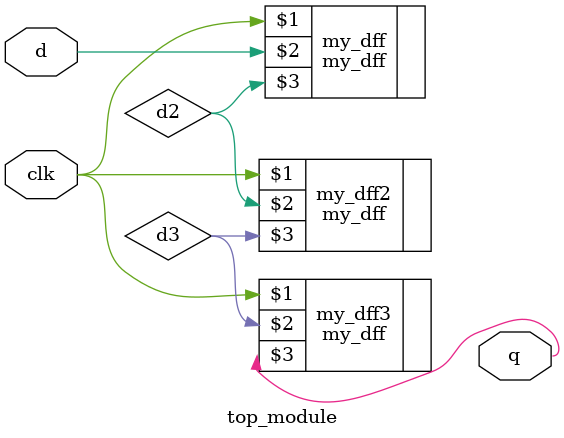
<source format=v>
module top_module ( input clk, input d, output q );
    
    wire d2,d3;
    
    my_dff my_dff ( clk,d,d2 );
    my_dff my_dff2 ( clk,d2,d3 );
    my_dff my_dff3 ( clk,d3,q );
        
endmodule

</source>
